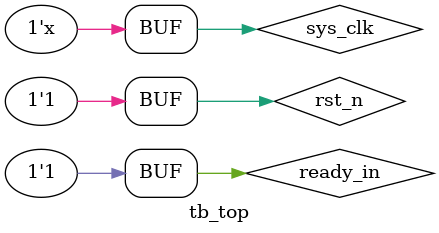
<source format=v>
`timescale 1ns/1ns
module tb_top();

reg        sys_clk;
reg        rst_n;
reg        ready_in;
wire [2:0] result;



always #10 sys_clk = ~sys_clk; //生成50MHZ 20ns的时钟信号


initial begin
    sys_clk = 1'b1;
    rst_n <= 1'b0;
    #20
    rst_n <= 1'b1;
end




initial begin
    ready_in <= 1'b1;
    #60
    ready_in <= 1'b0;
    #20
    ready_in <= 1'b1;    
end

top inst_top
(
    .sys_clk (sys_clk),
    .rst_n   (rst_n),
    .ready_in(ready_in),

    .result  (result)
);



endmodule
</source>
